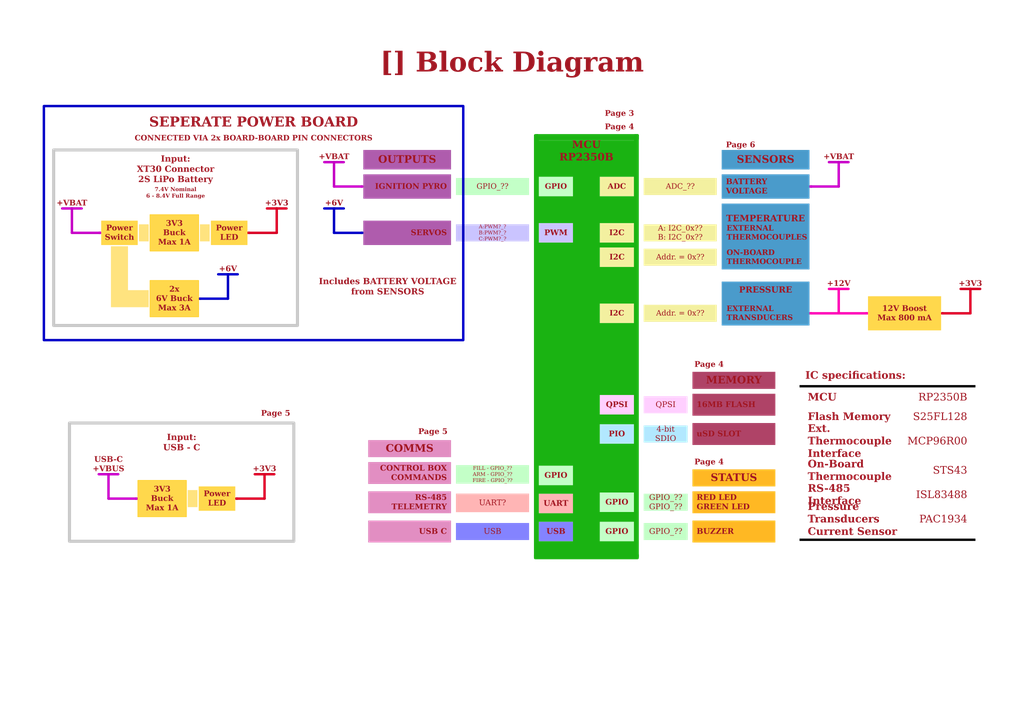
<source format=kicad_sch>
(kicad_sch
	(version 20250114)
	(generator "eeschema")
	(generator_version "9.0")
	(uuid "d4440dba-022e-49b2-97f2-6fc1871c7304")
	(paper "A3")
	(title_block
		(title "Block Diagram")
		(date "2026-01-02")
		(rev "${REVISION}")
		(company "${COMPANY}")
		(comment 1 "GRID - mil (1.27mm, 2.54mm)")
	)
	(lib_symbols)
	(rectangle
		(start 220 222.5)
		(end 235.5 227.604)
		(stroke
			(width 1)
			(type default)
			(color 26 179 18 1)
		)
		(fill
			(type color)
			(color 26 179 18 1)
		)
		(uuid 05c43237-d989-46c7-a838-1fe3e687d325)
	)
	(rectangle
		(start 328 221)
		(end 400 221.8)
		(stroke
			(width 0)
			(type default)
			(color 0 0 0 1)
		)
		(fill
			(type color)
			(color 0 0 0 1)
		)
		(uuid 1fdc3e3a-a10e-4833-b61f-367b51c08653)
	)
	(rectangle
		(start 245 170.5)
		(end 260.5 173.5)
		(stroke
			(width 1)
			(type default)
			(color 26 179 18 1)
		)
		(fill
			(type color)
			(color 26 179 18 1)
		)
		(uuid 35ebd6df-4a80-4af7-94c3-86df15159b07)
	)
	(rectangle
		(start 245.874 110)
		(end 260.5 124)
		(stroke
			(width 1)
			(type default)
			(color 26 179 18 1)
		)
		(fill
			(type color)
			(color 26 179 18 1)
		)
		(uuid 39c3df59-f9d6-4c44-9610-c14f06418e27)
	)
	(rectangle
		(start 245.5 133)
		(end 260.5 161.5)
		(stroke
			(width 1)
			(type default)
			(color 26 179 18 1)
		)
		(fill
			(type color)
			(color 26 179 18 1)
		)
		(uuid 3a6c1391-840d-4a80-9739-78b63fe94339)
	)
	(rectangle
		(start 221 81)
		(end 235.626 91)
		(stroke
			(width 1)
			(type default)
			(color 26 179 18 1)
		)
		(fill
			(type color)
			(color 26 179 18 1)
		)
		(uuid 3febdf1b-1526-450f-89f7-a875785e0247)
	)
	(rectangle
		(start 221.03 199.5)
		(end 235 202)
		(stroke
			(width 1)
			(type default)
			(color 26 179 18 1)
		)
		(fill
			(type color)
			(color 26 179 18 1)
		)
		(uuid 4bd62361-ce8f-4333-8a33-88a1c6d5d457)
	)
	(rectangle
		(start 220 55.5)
		(end 261.5 57)
		(stroke
			(width 1)
			(type default)
			(color 26 179 18 1)
		)
		(fill
			(type color)
			(color 26 179 18 1)
		)
		(uuid 55bb8f5d-1716-457c-ab18-7887e7f79c32)
	)
	(rectangle
		(start 220.874 100)
		(end 235.5 162.326)
		(stroke
			(width 1)
			(type default)
			(color 26 179 18 1)
		)
		(fill
			(type color)
			(color 26 179 18 1)
		)
		(uuid 70dcbf76-b1ff-45bc-a8a8-a8447e653bfd)
	)
	(rectangle
		(start 245.5 222.5)
		(end 260.5 227.35)
		(stroke
			(width 1)
			(type default)
			(color 26 179 18 1)
		)
		(fill
			(type color)
			(color 26 179 18 1)
		)
		(uuid 783c79e1-9923-474a-a876-66673ee7111d)
	)
	(rectangle
		(start 245.874 100)
		(end 260.5 101)
		(stroke
			(width 1)
			(type default)
			(color 26 179 18 1)
		)
		(fill
			(type color)
			(color 26 179 18 1)
		)
		(uuid 7b3048d9-9f27-43c5-89d8-687bf1563aee)
	)
	(rectangle
		(start 386 121.5)
		(end 356 135.5)
		(stroke
			(width -0.0001)
			(type solid)
			(color 255 200 0 0.5019607843)
		)
		(fill
			(type color)
			(color 255 200 0 0.7)
		)
		(uuid 7fc86eb3-a0f4-4bdf-b0d0-4050163494bf)
	)
	(rectangle
		(start 245.5 210.5)
		(end 260.5 213.5)
		(stroke
			(width 1)
			(type default)
			(color 26 179 18 1)
		)
		(fill
			(type color)
			(color 26 179 18 1)
		)
		(uuid 81d21993-b4a9-4917-b848-364cebd98df7)
	)
	(rectangle
		(start 260.5 55.5)
		(end 261.5 228.366)
		(stroke
			(width 1)
			(type default)
			(color 26 179 18 1)
		)
		(fill
			(type color)
			(color 26 179 18 1)
		)
		(uuid 82b7fc9f-5c53-4bad-ac33-36ff04086978)
	)
	(rectangle
		(start 61.5 115)
		(end 81.5 130)
		(stroke
			(width 0)
			(type default)
			(color 255 200 0 0.5019607843)
		)
		(fill
			(type color)
			(color 255 200 0 0.7)
		)
		(uuid a741351d-442a-4182-97da-e867b46dcc9b)
	)
	(rectangle
		(start 221 66.5)
		(end 261 72)
		(stroke
			(width 1)
			(type default)
			(color 26 179 18 1)
		)
		(fill
			(type color)
			(color 26 179 18 1)
		)
		(uuid a952ed71-59f7-4034-9137-c9beed0052e5)
	)
	(rectangle
		(start 22 61.5)
		(end 122 133.5)
		(stroke
			(width 1.27)
			(type default)
			(color 200 200 200 1)
		)
		(fill
			(type none)
		)
		(uuid b5318274-8945-46d8-99fc-2fb62def5b67)
	)
	(rectangle
		(start 235.5 72.5)
		(end 245.5 228.366)
		(stroke
			(width 1)
			(type default)
			(color 26 179 18 1)
		)
		(fill
			(type color)
			(color 26 179 18 1)
		)
		(uuid b5912d90-a2e6-47a8-b37f-79df93690db6)
	)
	(rectangle
		(start 219.5 227.604)
		(end 261.5 228.874)
		(stroke
			(width 1)
			(type default)
			(color 26 179 18 1)
		)
		(fill
			(type color)
			(color 26 179 18 1)
		)
		(uuid b84bf0ec-c33d-461c-b89d-cb43be637bc0)
	)
	(rectangle
		(start 56.5 197)
		(end 76.5 212)
		(stroke
			(width 0)
			(type default)
			(color 255 200 0 0.5019607843)
		)
		(fill
			(type color)
			(color 255 200 0 0.7)
		)
		(uuid bcbc5a66-4372-478d-a552-91740285846b)
	)
	(rectangle
		(start 221 162)
		(end 234.97 190.5)
		(stroke
			(width 1)
			(type default)
			(color 26 179 18 1)
		)
		(fill
			(type color)
			(color 26 179 18 1)
		)
		(uuid d188f923-b773-4a9d-81d4-01baeca22a59)
	)
	(rectangle
		(start 219.5 55.5)
		(end 220.5 228.366)
		(stroke
			(width 1)
			(type default)
			(color 26 179 18 1)
		)
		(fill
			(type color)
			(color 26 179 18 1)
		)
		(uuid d92c43be-acae-42f6-9179-96820bcc6ef2)
	)
	(rectangle
		(start 328 158)
		(end 400 158.8)
		(stroke
			(width 0)
			(type default)
			(color 0 0 0 1)
		)
		(fill
			(type color)
			(color 0 0 0 1)
		)
		(uuid dd13336f-a519-42ab-8323-c9e703dfe8c6)
	)
	(rectangle
		(start 220.5 211)
		(end 235.5 213.5)
		(stroke
			(width 1)
			(type default)
			(color 26 179 18 1)
		)
		(fill
			(type color)
			(color 26 179 18 1)
		)
		(uuid e2075571-fd76-408b-b40e-0feda326830e)
	)
	(rectangle
		(start 245.5 182.5)
		(end 260.5 201.5)
		(stroke
			(width 1)
			(type default)
			(color 26 179 18 1)
		)
		(fill
			(type color)
			(color 26 179 18 1)
		)
		(uuid f244c144-633a-432d-bf3a-179f6a24ba4e)
	)
	(rectangle
		(start 28.5 173.5)
		(end 120.5 222)
		(stroke
			(width 1.27)
			(type default)
			(color 200 200 200 1)
		)
		(fill
			(type none)
		)
		(uuid f2f4274d-0769-484b-9842-0a3d839f13e9)
	)
	(rectangle
		(start 245.874 81)
		(end 260.5 91)
		(stroke
			(width 1)
			(type default)
			(color 26 179 18 1)
		)
		(fill
			(type color)
			(color 26 179 18 1)
		)
		(uuid f4ff3a95-a29b-44f5-99fe-90e2d6c5e225)
	)
	(rectangle
		(start 61.5 88)
		(end 81.5 103)
		(stroke
			(width 0)
			(type default)
			(color 255 200 0 0.5019607843)
		)
		(fill
			(type color)
			(color 255 200 0 0.7)
		)
		(uuid fea6b9e0-c411-4a65-a0f6-528a99837493)
	)
	(rectangle
		(start 18 43.5)
		(end 190 139.5)
		(stroke
			(width 1)
			(type default)
		)
		(fill
			(type none)
		)
		(uuid fff96ca6-fe55-40a6-a99b-ca31b40451b6)
	)
	(text "+3V3"
		(exclude_from_sim no)
		(at 398 118.5 0)
		(effects
			(font
				(face "Times New Roman")
				(size 2.286 2.286)
				(thickness 0.4572)
				(bold yes)
				(color 162 22 34 1)
			)
			(justify bottom)
		)
		(uuid "1943f7d7-986b-49e3-a41c-4307a0c8a75c")
	)
	(text "+6V"
		(exclude_from_sim no)
		(at 137 85.5 0)
		(effects
			(font
				(face "Times New Roman")
				(size 2.286 2.286)
				(thickness 0.4572)
				(bold yes)
				(color 162 22 34 1)
			)
			(justify bottom)
		)
		(uuid "1e977695-075f-4ca8-98d2-7335bacc560a")
	)
	(text "+3V3"
		(exclude_from_sim no)
		(at 113.5 85.5 0)
		(effects
			(font
				(face "Times New Roman")
				(size 2.286 2.286)
				(thickness 0.4572)
				(bold yes)
				(color 162 22 34 1)
			)
			(justify bottom)
		)
		(uuid "1ecc5bbe-be97-4577-800e-8524857ba28b")
	)
	(text "+VBAT"
		(exclude_from_sim no)
		(at 29.5 85.5 0)
		(effects
			(font
				(face "Times New Roman")
				(size 2.286 2.286)
				(thickness 0.4572)
				(bold yes)
				(color 162 22 34 1)
			)
			(justify bottom)
		)
		(uuid "422f39d0-88ed-45bf-8429-ef453efaf729")
	)
	(text "+VBAT"
		(exclude_from_sim no)
		(at 137 66.5 0)
		(effects
			(font
				(face "Times New Roman")
				(size 2.286 2.286)
				(thickness 0.4572)
				(bold yes)
				(color 162 22 34 1)
			)
			(justify bottom)
		)
		(uuid "5a26e102-ce17-4d9d-8563-d6c89b5719eb")
	)
	(text "+12V"
		(exclude_from_sim no)
		(at 344 118.5 0)
		(effects
			(font
				(face "Times New Roman")
				(size 2.286 2.286)
				(thickness 0.4572)
				(bold yes)
				(color 162 22 34 1)
			)
			(justify bottom)
		)
		(uuid "5f0a5fbb-4d02-41e5-97cd-5df976eda407")
	)
	(text "+VBAT"
		(exclude_from_sim no)
		(at 344 66.5 0)
		(effects
			(font
				(face "Times New Roman")
				(size 2.286 2.286)
				(thickness 0.4572)
				(bold yes)
				(color 162 22 34 1)
			)
			(justify bottom)
		)
		(uuid "61bcd564-dc47-4abd-8776-b89cef66ed38")
	)
	(text "+6V"
		(exclude_from_sim no)
		(at 93.5 112.5 0)
		(effects
			(font
				(face "Times New Roman")
				(size 2.286 2.286)
				(thickness 0.4572)
				(bold yes)
				(color 162 22 34 1)
			)
			(justify bottom)
		)
		(uuid "7365e054-da4f-4185-ba2a-132de3ec5570")
	)
	(text "SEPERATE POWER BOARD"
		(exclude_from_sim no)
		(at 104 51.5 0)
		(effects
			(font
				(face "Times New Roman")
				(size 4 4)
				(thickness 0.4572)
				(bold yes)
				(color 162 22 34 1)
			)
		)
		(uuid "88a93c85-d54b-4363-be59-f0b557d4aeb6")
	)
	(text "CONNECTED VIA 2x BOARD-BOARD PIN CONNECTORS"
		(exclude_from_sim no)
		(at 104 57.5 0)
		(effects
			(font
				(face "Times New Roman")
				(size 2.2 2.2)
				(thickness 0.4572)
				(bold yes)
				(color 162 22 34 1)
			)
		)
		(uuid "9950909d-cec3-4fd2-901b-deb91d7e7131")
	)
	(text "+3V3"
		(exclude_from_sim no)
		(at 108.5 194.5 0)
		(effects
			(font
				(face "Times New Roman")
				(size 2.286 2.286)
				(thickness 0.4572)
				(bold yes)
				(color 162 22 34 1)
			)
			(justify bottom)
		)
		(uuid "9cf89d02-c138-40dc-88c4-d20885c048c3")
	)
	(text "USB-C\n+VBUS"
		(exclude_from_sim no)
		(at 44.5 194.5 0)
		(effects
			(font
				(face "Times New Roman")
				(size 2.286 2.286)
				(thickness 0.4572)
				(bold yes)
				(color 162 22 34 1)
			)
			(justify bottom)
		)
		(uuid "cee61150-7a03-4e28-b5ee-b2a9ef938a35")
	)
	(text "Input:\nXT30 Connector\n2S LiPo Battery"
		(exclude_from_sim no)
		(at 72 76 0)
		(effects
			(font
				(face "Times New Roman")
				(size 2.5 2.5)
				(thickness 0.4572)
				(bold yes)
				(color 162 22 34 1)
			)
			(justify bottom)
		)
		(uuid "e3f55fda-61da-4e4e-8a29-76e61847b025")
	)
	(text "Input:\nUSB - C"
		(exclude_from_sim no)
		(at 74.5 186 0)
		(effects
			(font
				(face "Times New Roman")
				(size 2.5 2.5)
				(thickness 0.4572)
				(bold yes)
				(color 162 22 34 1)
			)
			(justify bottom)
		)
		(uuid "e95983b3-c126-4c40-a472-d18ae09abd29")
	)
	(text "7.4V Nominal\n6 - 8.4V Full Range"
		(exclude_from_sim no)
		(at 72 82 0)
		(effects
			(font
				(face "Times New Roman")
				(size 1.6 1.6)
				(thickness 0.4572)
				(bold yes)
				(color 162 22 34 1)
			)
			(justify bottom)
		)
		(uuid "eae5b2b6-531d-4587-90d2-565cb63a8ba8")
	)
	(text "Includes BATTERY VOLTAGE\nfrom SENSORS"
		(exclude_from_sim no)
		(at 159 118.5 0)
		(effects
			(font
				(face "Times New Roman")
				(size 2.5 2.5)
				(thickness 0.4572)
				(bold yes)
				(color 162 22 34 1)
			)
		)
		(uuid "ff9c4a24-4e43-4d0e-b290-0ad1fd2649b7")
	)
	(text_box "GPIO_??"
		(exclude_from_sim no)
		(at 264 214.5 0)
		(size 18.088 7)
		(margins 1.7144 1.7144 1.7144 1.7144)
		(stroke
			(width -0.0001)
			(type solid)
			(color 195 255 199 1)
		)
		(fill
			(type color)
			(color 195 255 199 1)
		)
		(effects
			(font
				(face "Times New Roman")
				(size 2.286 2.286)
				(italic yes)
				(color 162 22 34 1)
			)
		)
		(uuid "008a9e70-c278-466e-8c32-2a18941d373b")
	)
	(text_box "STS43"
		(exclude_from_sim no)
		(at 375 187 0)
		(size 24 12)
		(margins 2.2859 2.2859 2.2859 2.2859)
		(stroke
			(width -0.0001)
			(type solid)
		)
		(fill
			(type none)
		)
		(effects
			(font
				(face "Times New Roman")
				(size 3.048 3.048)
				(color 162 22 34 1)
			)
			(justify right)
		)
		(uuid "074b82d8-06e3-4e80-af09-6b16aec67967")
	)
	(text_box "I2C"
		(exclude_from_sim no)
		(at 246 91.5 0)
		(size 14 8)
		(margins 1.7144 1.7144 1.7144 1.7144)
		(stroke
			(width -0.0001)
			(type solid)
		)
		(fill
			(type color)
			(color 243 240 160 1)
		)
		(effects
			(font
				(face "Times New Roman")
				(size 2.286 2.286)
				(bold yes)
				(color 162 22 34 1)
			)
		)
		(uuid "0aa0c4e1-070f-42df-94e3-eb4334e328f3")
	)
	(text_box "Page 6"
		(exclude_from_sim no)
		(at 296.03 56.416 0)
		(size 17.78 5.08)
		(margins 1.7144 1.7144 1.7144 1.7144)
		(stroke
			(width -0.0001)
			(type default)
		)
		(fill
			(type none)
		)
		(effects
			(font
				(face "Times New Roman")
				(size 2.286 2.286)
				(thickness 0.4572)
				(bold yes)
				(color 162 22 34 1)
			)
			(justify left top)
			(href "#8")
		)
		(uuid "101973ea-acd1-49ab-afe5-0fdba8785023")
	)
	(text_box "UART?"
		(exclude_from_sim no)
		(at 187 202.442 0)
		(size 30 7.62)
		(margins 1.7144 1.7144 1.7144 1.7144)
		(stroke
			(width -0.0001)
			(type solid)
			(color 195 255 199 1)
		)
		(fill
			(type color)
			(color 255 181 181 1)
		)
		(effects
			(font
				(face "Times New Roman")
				(size 2.286 2.286)
				(italic yes)
				(color 162 22 34 1)
			)
		)
		(uuid "1026f3db-3374-44cb-a4e6-8074c28bc294")
	)
	(text_box "3V3 Buck\nMax 1A"
		(exclude_from_sim no)
		(at 57 197.5 0)
		(size 19 14)
		(margins 1.7144 1.7144 1.7144 1.7144)
		(stroke
			(width -0.0001)
			(type solid)
		)
		(fill
			(type none)
		)
		(effects
			(font
				(face "Times New Roman")
				(size 2.286 2.286)
				(thickness 0.254)
				(bold yes)
				(color 162 22 34 1)
			)
		)
		(uuid "12cb6a7d-5baa-4aaa-88d3-529db140fa3e")
	)
	(text_box "A: I2C_0x??\nB: I2C_0x??"
		(exclude_from_sim no)
		(at 264 92 0)
		(size 30 7)
		(margins 1.8 1.8 1.8 1.8)
		(stroke
			(width -0.0001)
			(type solid)
		)
		(fill
			(type color)
			(color 243 240 160 1)
		)
		(effects
			(font
				(face "Times New Roman")
				(size 2.2 2.2)
				(italic yes)
				(color 162 22 34 1)
			)
		)
		(uuid "1987247e-db63-4ffa-a72e-634d9843c64c")
	)
	(text_box "MCU\nRP2350B"
		(exclude_from_sim no)
		(at 220 57.5 0)
		(size 41 9)
		(margins 3 3 3 3)
		(stroke
			(width -0.0001)
			(type solid)
		)
		(fill
			(type color)
			(color 26 179 18 1)
		)
		(effects
			(font
				(face "Times New Roman")
				(size 3.048 3.048)
				(bold yes)
				(color 162 22 34 1)
			)
		)
		(uuid "1d0d83c3-74d6-4a1f-8c3f-65fbe3fb5ec9")
	)
	(text_box "ISL83488"
		(exclude_from_sim no)
		(at 375 199 0)
		(size 24 8)
		(margins 2.2859 2.2859 2.2859 2.2859)
		(stroke
			(width -0.0001)
			(type solid)
		)
		(fill
			(type none)
		)
		(effects
			(font
				(face "Times New Roman")
				(size 3.048 3.048)
				(color 162 22 34 1)
			)
			(justify right)
		)
		(uuid "24abd5d7-b5e8-4f0e-81cd-357132607341")
	)
	(text_box "Power\nLED"
		(exclude_from_sim no)
		(at 86.5 90.5 0)
		(size 15 10)
		(margins 1.7144 1.7144 1.7144 1.7144)
		(stroke
			(width -0.0001)
			(type solid)
		)
		(fill
			(type color)
			(color 255 200 0 0.7)
		)
		(effects
			(font
				(face "Times New Roman")
				(size 2.286 2.286)
				(bold yes)
				(color 162 22 34 1)
			)
			(justify top)
		)
		(uuid "24b9223b-ea8e-41e7-930d-909847869bc0")
	)
	(text_box "I2C"
		(exclude_from_sim no)
		(at 246 101.5 0)
		(size 14.126 8)
		(margins 1.7144 1.7144 1.7144 1.7144)
		(stroke
			(width -0.0001)
			(type solid)
		)
		(fill
			(type color)
			(color 243 240 160 1)
		)
		(effects
			(font
				(face "Times New Roman")
				(size 2.286 2.286)
				(bold yes)
				(color 162 22 34 1)
			)
		)
		(uuid "2576afd7-0caa-4c76-bd9f-222a1d2c4dc0")
	)
	(text_box ""
		(exclude_from_sim no)
		(at 387 128 0)
		(size -1 1)
		(margins 0.9525 0.9525 0.9525 0.9525)
		(stroke
			(width -0.0001)
			(type solid)
		)
		(fill
			(type color)
			(color 212 0 32 1)
		)
		(effects
			(font
				(size 1.27 1.27)
			)
			(justify right top)
		)
		(uuid "25c5dcc0-3859-4e6e-a251-79686bd4fb58")
	)
	(text_box "Ext. Thermocouple Interface"
		(exclude_from_sim no)
		(at 329 175 0)
		(size 42 12)
		(margins 2.2859 2.2859 2.2859 2.2859)
		(stroke
			(width -0.0001)
			(type solid)
		)
		(fill
			(type none)
		)
		(effects
			(font
				(face "Times New Roman")
				(size 3.048 3.048)
				(thickness 0.4572)
				(bold yes)
				(color 162 22 34 1)
			)
			(justify left)
		)
		(uuid "270e3771-30ea-4b0f-9d21-1ac6d8c78462")
	)
	(text_box "Page 5"
		(exclude_from_sim no)
		(at 103 166.5 0)
		(size 17.78 5.08)
		(margins 1.7144 1.7144 1.7144 1.7144)
		(stroke
			(width -0.0001)
			(type default)
		)
		(fill
			(type none)
		)
		(effects
			(font
				(face "Times New Roman")
				(size 2.286 2.286)
				(thickness 0.4572)
				(bold yes)
				(color 162 22 34 1)
			)
			(justify right top)
			(href "#8")
		)
		(uuid "278357ee-bdab-40dd-8852-a68da17bc7af")
	)
	(text_box ""
		(exclude_from_sim no)
		(at 296 115.5 0)
		(size 36 18)
		(margins 2 2 2 2)
		(stroke
			(width -0.0001)
			(type solid)
		)
		(fill
			(type color)
			(color 74 155 203 1)
		)
		(effects
			(font
				(face "Times New Roman")
				(size 2.2 2.2)
				(bold yes)
				(color 162 22 34 1)
			)
			(justify left top)
		)
		(uuid "28870172-8ccc-4ec9-bb1a-914da011cb7a")
	)
	(text_box "ADC"
		(exclude_from_sim no)
		(at 246 72.5 0)
		(size 14 8)
		(margins 2 2 2 2)
		(stroke
			(width -0.0001)
			(type solid)
		)
		(fill
			(type color)
			(color 243 240 160 1)
		)
		(effects
			(font
				(face "Times New Roman")
				(size 2.2 2.2)
				(bold yes)
				(color 162 22 34 1)
			)
		)
		(uuid "29f18459-3b0c-4e53-a96d-cae677d37f45")
	)
	(text_box "Page 4"
		(exclude_from_sim no)
		(at 244 49 0)
		(size 17.78 5.08)
		(margins 1.7144 1.7144 1.7144 1.7144)
		(stroke
			(width -0.0001)
			(type default)
		)
		(fill
			(type none)
		)
		(effects
			(font
				(face "Times New Roman")
				(size 2.286 2.286)
				(thickness 0.4572)
				(bold yes)
				(color 162 22 34 1)
			)
			(justify right top)
			(href "#8")
		)
		(uuid "2a1717e0-2fdf-4671-8d5c-d0f16926af60")
	)
	(text_box "RP2350B"
		(exclude_from_sim no)
		(at 375 159 0)
		(size 24 8)
		(margins 2.2859 2.2859 2.2859 2.2859)
		(stroke
			(width -0.0001)
			(type solid)
		)
		(fill
			(type none)
		)
		(effects
			(font
				(face "Times New Roman")
				(size 3.048 3.048)
				(color 162 22 34 1)
			)
			(justify right)
		)
		(uuid "2b7eb921-588b-40a7-8b4f-5a6a0871d21d")
	)
	(text_box "Page 4"
		(exclude_from_sim no)
		(at 283.104 146.451 0)
		(size 17.78 5.08)
		(margins 1.7144 1.7144 1.7144 1.7144)
		(stroke
			(width -0.0001)
			(type default)
		)
		(fill
			(type none)
		)
		(effects
			(font
				(face "Times New Roman")
				(size 2.286 2.286)
				(thickness 0.4572)
				(bold yes)
				(color 162 22 34 1)
			)
			(justify left top)
			(href "#8")
		)
		(uuid "2c748904-640a-4790-9cd3-81e6145a1f3e")
	)
	(text_box "QPSI"
		(exclude_from_sim no)
		(at 264 162.5 0)
		(size 18 7)
		(margins 1.7144 1.7144 1.7144 1.7144)
		(stroke
			(width -0.0001)
			(type solid)
		)
		(fill
			(type color)
			(color 255 207 255 1)
		)
		(effects
			(font
				(face "Times New Roman")
				(size 2.286 2.286)
				(italic yes)
				(color 162 22 34 1)
			)
		)
		(uuid "2eccac48-a697-4b98-a3f1-dcbeefca3094")
	)
	(text_box ""
		(exclude_from_sim no)
		(at 333 76 0)
		(size -1 1)
		(margins 0.9525 0.9525 0.9525 0.9525)
		(stroke
			(width -0.0001)
			(type solid)
		)
		(fill
			(type color)
			(color 194 0 194 1)
		)
		(effects
			(font
				(size 1.27 1.27)
			)
			(justify right top)
		)
		(uuid "2f4ea794-3980-426c-a3e6-f1b1cd61beb2")
	)
	(text_box "FILL - GPIO_??\nARM - GPIO_??\nFIRE - GPIO_??\n"
		(exclude_from_sim no)
		(at 187 190.758 0)
		(size 30 7.62)
		(margins 1.7144 1.7144 1.7144 1.7144)
		(stroke
			(width -0.0001)
			(type solid)
			(color 195 255 199 1)
		)
		(fill
			(type color)
			(color 195 255 199 1)
		)
		(effects
			(font
				(face "Times New Roman")
				(size 1.5 1.5)
				(italic yes)
				(color 162 22 34 1)
			)
		)
		(uuid "317ab264-3965-4ff6-93e9-07c27f6a7d8f")
	)
	(text_box "GPIO_??\nGPIO_??"
		(exclude_from_sim no)
		(at 264 202.5 0)
		(size 18.088 7)
		(margins 1.7144 1.7144 1.7144 1.7144)
		(stroke
			(width -0.0001)
			(type solid)
			(color 195 255 199 1)
		)
		(fill
			(type color)
			(color 195 255 199 1)
		)
		(effects
			(font
				(face "Times New Roman")
				(size 2.286 2.286)
				(italic yes)
				(color 162 22 34 1)
			)
		)
		(uuid "31acca30-6500-4dc7-a988-691ba90c5124")
	)
	(text_box "Power\nLED"
		(exclude_from_sim no)
		(at 81.5 199.5 0)
		(size 15 10)
		(margins 1.7144 1.7144 1.7144 1.7144)
		(stroke
			(width -0.0001)
			(type solid)
		)
		(fill
			(type color)
			(color 255 200 0 0.7)
		)
		(effects
			(font
				(face "Times New Roman")
				(size 2.286 2.286)
				(bold yes)
				(color 162 22 34 1)
			)
			(justify top)
		)
		(uuid "31c3ce42-0b2a-419a-b388-bdf54a564550")
	)
	(text_box "ADC_??"
		(exclude_from_sim no)
		(at 264 73 0)
		(size 30 7)
		(margins 1.8 1.8 1.8 1.8)
		(stroke
			(width -0.0001)
			(type solid)
		)
		(fill
			(type color)
			(color 243 240 160 1)
		)
		(effects
			(font
				(face "Times New Roman")
				(size 2.2 2.2)
				(italic yes)
				(color 162 22 34 1)
			)
		)
		(uuid "34f97dad-9bc3-424e-b006-bedf003458aa")
	)
	(text_box "RED LED\nGREEN LED"
		(exclude_from_sim no)
		(at 284 201.5 0)
		(size 34 9)
		(margins 1.7144 1.7144 1.7144 1.7144)
		(stroke
			(width -0.0001)
			(type solid)
		)
		(fill
			(type color)
			(color 255 184 35 1)
		)
		(effects
			(font
				(face "Times New Roman")
				(size 2.286 2.286)
				(bold yes)
				(color 162 22 34 1)
			)
			(justify left)
		)
		(uuid "3c43ded9-8543-4bb1-8df0-3f6dd3454b7d")
	)
	(text_box ""
		(exclude_from_sim no)
		(at 82 92 0)
		(size 4 7)
		(margins 1.7144 1.7144 1.7144 1.7144)
		(stroke
			(width -0.0001)
			(type default)
		)
		(fill
			(type color)
			(color 255 200 0 0.5019607843)
		)
		(effects
			(font
				(face "Times New Roman")
				(size 2.286 2.286)
				(bold yes)
				(color 162 22 34 1)
			)
		)
		(uuid "3ddb83b7-ac58-4004-94de-9bdcb2d34b34")
	)
	(text_box "GPIO"
		(exclude_from_sim no)
		(at 246 214 0)
		(size 14 8)
		(margins 1.7144 1.7144 1.7144 1.7144)
		(stroke
			(width -0.0001)
			(type solid)
			(color 195 255 199 1)
		)
		(fill
			(type color)
			(color 195 255 199 1)
		)
		(effects
			(font
				(face "Times New Roman")
				(size 2.286 2.286)
				(bold yes)
				(color 162 22 34 1)
			)
		)
		(uuid "42c777c9-0a64-4409-ab02-637deaf007dc")
	)
	(text_box "A:PWM?_?\nB:PWM?_?\nC:PWM?_?"
		(exclude_from_sim no)
		(at 187 92 0)
		(size 30 7)
		(margins 1.8 1.8 1.8 1.8)
		(stroke
			(width -0.0001)
			(type solid)
		)
		(fill
			(type color)
			(color 202 196 255 1)
		)
		(effects
			(font
				(face "Times New Roman")
				(size 1.5 1.5)
				(italic yes)
				(color 162 22 34 1)
			)
		)
		(uuid "431fd573-2d29-4a3e-9005-4318d51fd011")
	)
	(text_box ""
		(exclude_from_sim no)
		(at 332 128 0)
		(size 1 1)
		(margins 0.9525 0.9525 0.9525 0.9525)
		(stroke
			(width -0.0001)
			(type solid)
		)
		(fill
			(type color)
			(color 255 0 171 1)
		)
		(effects
			(font
				(size 1.27 1.27)
			)
			(justify right top)
		)
		(uuid "451eb23b-48d8-4652-b3de-1e3d3fb9f128")
	)
	(text_box "Pressure Transducers Current Sensor"
		(exclude_from_sim no)
		(at 329 207 0)
		(size 45 12)
		(margins 2.2859 2.2859 2.2859 2.2859)
		(stroke
			(width -0.0001)
			(type solid)
		)
		(fill
			(type none)
		)
		(effects
			(font
				(face "Times New Roman")
				(size 3.048 3.048)
				(thickness 0.4572)
				(bold yes)
				(color 162 22 34 1)
			)
			(justify left)
		)
		(uuid "47a83b49-231a-4180-a662-b251b8a617a2")
	)
	(text_box "SERVOS"
		(exclude_from_sim no)
		(at 149 90.5 0)
		(size 36 10)
		(margins 1.7144 1.7144 1.7144 1.7144)
		(stroke
			(width -0.0001)
			(type solid)
		)
		(fill
			(type color)
			(color 175 92 173 1)
		)
		(effects
			(font
				(face "Times New Roman")
				(size 2.286 2.286)
				(bold yes)
				(color 162 22 34 1)
			)
			(justify right)
		)
		(uuid "47d743b2-9e5f-4828-a083-f3d7285e2f4d")
	)
	(text_box "RS-485 Interface"
		(exclude_from_sim no)
		(at 329 199 0)
		(size 42 8)
		(margins 2.2859 2.2859 2.2859 2.2859)
		(stroke
			(width -0.0001)
			(type solid)
		)
		(fill
			(type none)
		)
		(effects
			(font
				(face "Times New Roman")
				(size 3.048 3.048)
				(thickness 0.4572)
				(bold yes)
				(color 162 22 34 1)
			)
			(justify left)
		)
		(uuid "4f6a449d-55db-4297-8474-14e80369dddb")
	)
	(text_box "MEMORY"
		(exclude_from_sim no)
		(at 284 152.5 0)
		(size 34 7)
		(margins 2.2859 2.2859 2.2859 2.2859)
		(stroke
			(width -0.0001)
			(type solid)
		)
		(fill
			(type color)
			(color 175 67 103 1)
		)
		(effects
			(font
				(face "Times New Roman")
				(size 3.048 3.048)
				(bold yes)
				(color 162 22 34 1)
			)
		)
		(uuid "50f90389-4852-4d94-a1e5-f12357304e05")
	)
	(text_box "MCP96R00"
		(exclude_from_sim no)
		(at 375 175 0)
		(size 24 12)
		(margins 2.2859 2.2859 2.2859 2.2859)
		(stroke
			(width -0.0001)
			(type solid)
		)
		(fill
			(type none)
		)
		(effects
			(font
				(face "Times New Roman")
				(size 3.048 3.048)
				(color 162 22 34 1)
			)
			(justify right)
		)
		(uuid "54c5df24-6835-47db-886d-01b8b80ec96d")
	)
	(text_box "Power\nSwitch"
		(exclude_from_sim no)
		(at 41.5 90.5 0)
		(size 15 10)
		(margins 1.7144 1.7144 1.7144 1.7144)
		(stroke
			(width -0.0001)
			(type solid)
		)
		(fill
			(type color)
			(color 255 200 0 0.7)
		)
		(effects
			(font
				(face "Times New Roman")
				(size 2.286 2.286)
				(bold yes)
				(color 162 22 34 1)
			)
			(justify top)
		)
		(uuid "5a1454c8-3e2d-41df-a6f8-e9fd6dcf22dd")
	)
	(text_box "BATTERY VOLTAGE"
		(exclude_from_sim no)
		(at 332 71.5 0)
		(size -36 10)
		(margins 1.7144 1.7144 1.7144 1.7144)
		(stroke
			(width -0.0001)
			(type solid)
		)
		(fill
			(type color)
			(color 74 155 203 1)
		)
		(effects
			(font
				(face "Times New Roman")
				(size 2.286 2.286)
				(bold yes)
				(color 162 22 34 1)
			)
			(justify left)
		)
		(uuid "5a2e6555-9060-4d4a-9a34-a05560ac30d8")
	)
	(text_box "PWM"
		(exclude_from_sim no)
		(at 221 91.5 0)
		(size 14 8)
		(margins 1.7144 1.7144 1.7144 1.7144)
		(stroke
			(width -0.0001)
			(type solid)
		)
		(fill
			(type color)
			(color 202 196 255 1)
		)
		(effects
			(font
				(face "Times New Roman")
				(size 2.286 2.286)
				(bold yes)
				(color 162 22 34 1)
			)
		)
		(uuid "5b93e4dc-da42-42d3-abb1-0cdea0e46ae3")
	)
	(text_box " TEMPERATURE"
		(exclude_from_sim no)
		(at 296 83.5 0)
		(size 36 8)
		(margins 2 2 2 2)
		(stroke
			(width -0.0001)
			(type solid)
		)
		(fill
			(type none)
		)
		(effects
			(font
				(face "Times New Roman")
				(size 2.6 2.6)
				(bold yes)
				(color 162 22 34 1)
			)
		)
		(uuid "5d42656b-5b31-4140-a6dd-1a9722ffd9bf")
	)
	(text_box "RS-485\nTELEMETRY"
		(exclude_from_sim no)
		(at 151 201.5 0)
		(size 34 9)
		(margins 1.7144 1.7144 1.7144 1.7144)
		(stroke
			(width -0.0001)
			(type solid)
		)
		(fill
			(type color)
			(color 226 142 194 1)
		)
		(effects
			(font
				(face "Times New Roman")
				(size 2.286 2.286)
				(bold yes)
				(color 162 22 34 1)
			)
			(justify right)
		)
		(uuid "5f002641-bd02-4bcb-8dbb-a882fbc2335a")
	)
	(text_box ""
		(exclude_from_sim no)
		(at 101.5 95 0)
		(size 1 1)
		(margins 0.9525 0.9525 0.9525 0.9525)
		(stroke
			(width -0.0001)
			(type solid)
		)
		(fill
			(type color)
			(color 212 0 32 1)
		)
		(effects
			(font
				(size 1.27 1.27)
			)
			(justify right top)
		)
		(uuid "62ad9f8e-2fea-4444-8b8c-3748cf365615")
	)
	(text_box "PAC1934"
		(exclude_from_sim no)
		(at 375 207 0)
		(size 24 12)
		(margins 2.2859 2.2859 2.2859 2.2859)
		(stroke
			(width -0.0001)
			(type solid)
		)
		(fill
			(type none)
		)
		(effects
			(font
				(face "Times New Roman")
				(size 3.048 3.048)
				(color 162 22 34 1)
			)
			(justify right)
		)
		(uuid "69bd0811-ab00-4401-ba54-e244b7db9f66")
	)
	(text_box "IGNITION PYRO"
		(exclude_from_sim no)
		(at 149 71.5 0)
		(size 36 10)
		(margins 1.7144 1.7144 1.7144 1.7144)
		(stroke
			(width -0.0001)
			(type solid)
		)
		(fill
			(type color)
			(color 175 92 173 1)
		)
		(effects
			(font
				(face "Times New Roman")
				(size 2.286 2.286)
				(bold yes)
				(color 162 22 34 1)
			)
			(justify right)
		)
		(uuid "6abfab5e-8a59-4a17-a0bc-3e6cfb0e6a60")
	)
	(text_box "GPIO_??"
		(exclude_from_sim no)
		(at 187 73 0)
		(size 30 7)
		(margins 1.8 1.8 1.8 1.8)
		(stroke
			(width -0.0001)
			(type solid)
		)
		(fill
			(type color)
			(color 195 255 199 1)
		)
		(effects
			(font
				(face "Times New Roman")
				(size 2.2 2.2)
				(italic yes)
				(color 162 22 34 1)
			)
		)
		(uuid "6c479552-5d46-4d13-89b7-0c6ffa8d1955")
	)
	(text_box "Page 3"
		(exclude_from_sim no)
		(at 244 43.5 0)
		(size 17.78 5.08)
		(margins 1.7144 1.7144 1.7144 1.7144)
		(stroke
			(width -0.0001)
			(type default)
		)
		(fill
			(type none)
		)
		(effects
			(font
				(face "Times New Roman")
				(size 2.286 2.286)
				(thickness 0.4572)
				(bold yes)
				(color 162 22 34 1)
			)
			(justify right top)
			(href "#8")
		)
		(uuid "6d43c551-154a-4b1a-89c1-8f41a71158c0")
	)
	(text_box "GPIO"
		(exclude_from_sim no)
		(at 221 72.5 0)
		(size 14 8)
		(margins 2 2 2 2)
		(stroke
			(width -0.0001)
			(type solid)
		)
		(fill
			(type color)
			(color 195 255 199 1)
		)
		(effects
			(font
				(face "Times New Roman")
				(size 2.2 2.2)
				(bold yes)
				(color 162 22 34 1)
			)
		)
		(uuid "6eab53d2-87e1-440b-af32-ba15028670bf")
	)
	(text_box "EXTERNAL TRANSDUCERS"
		(exclude_from_sim no)
		(at 296 123.5 0)
		(size 36 10)
		(margins 2 2 2 2)
		(stroke
			(width -0.0001)
			(type solid)
		)
		(fill
			(type none)
		)
		(effects
			(font
				(face "Times New Roman")
				(size 2.2 2.2)
				(bold yes)
				(color 162 22 34 1)
			)
			(justify left)
		)
		(uuid "6f4e9589-968f-4a93-b240-40277dc1d4aa")
	)
	(text_box "16MB FLASH"
		(exclude_from_sim no)
		(at 284 161.5 0)
		(size 34 9)
		(margins 1.7144 1.7144 1.7144 1.7144)
		(stroke
			(width -0.0001)
			(type solid)
		)
		(fill
			(type color)
			(color 175 67 103 1)
		)
		(effects
			(font
				(face "Times New Roman")
				(size 2.286 2.286)
				(bold yes)
				(color 162 22 34 1)
			)
			(justify left)
		)
		(uuid "6f80972b-0868-4998-bb39-1d5e548cee7c")
	)
	(text_box ""
		(exclude_from_sim no)
		(at 40.5 95 0)
		(size 1 1)
		(margins 0.9525 0.9525 0.9525 0.9525)
		(stroke
			(width -0.0001)
			(type solid)
		)
		(fill
			(type color)
			(color 194 0 194 1)
		)
		(effects
			(font
				(size 1.27 1.27)
			)
			(justify right top)
		)
		(uuid "731c1092-cf2c-4cf9-bf95-9378fa745f58")
	)
	(text_box "On-Board Thermocouple"
		(exclude_from_sim no)
		(at 329 187 0)
		(size 42 12)
		(margins 2.2859 2.2859 2.2859 2.2859)
		(stroke
			(width -0.0001)
			(type solid)
		)
		(fill
			(type none)
		)
		(effects
			(font
				(face "Times New Roman")
				(size 3.048 3.048)
				(thickness 0.4572)
				(bold yes)
				(color 162 22 34 1)
			)
			(justify left)
		)
		(uuid "735160e4-4b66-4dcd-b5a2-705851c79278")
	)
	(text_box "[${#}] ${TITLE}"
		(exclude_from_sim no)
		(at 12 12 0)
		(size 396 28)
		(margins 5.9999 5.9999 5.9999 5.9999)
		(stroke
			(width -0.0001)
			(type default)
		)
		(fill
			(type none)
		)
		(effects
			(font
				(face "Times New Roman")
				(size 8 8)
				(thickness 1.2)
				(bold yes)
				(color 162 22 34 1)
			)
		)
		(uuid "73b2b29c-2473-4e80-be0b-4f57c6856c3e")
	)
	(text_box "USB C"
		(exclude_from_sim no)
		(at 151 213.5 0)
		(size 34 9)
		(margins 1.7144 1.7144 1.7144 1.7144)
		(stroke
			(width -0.0001)
			(type solid)
		)
		(fill
			(type color)
			(color 226 142 194 1)
		)
		(effects
			(font
				(face "Times New Roman")
				(size 2.286 2.286)
				(bold yes)
				(color 162 22 34 1)
			)
			(justify right)
		)
		(uuid "752fcb6e-7605-44ca-a7a2-3bfaad081942")
	)
	(text_box "I2C"
		(exclude_from_sim no)
		(at 246 124.5 0)
		(size 14 8)
		(margins 1.8 1.8 1.8 1.8)
		(stroke
			(width -0.0001)
			(type solid)
		)
		(fill
			(type color)
			(color 243 240 160 1)
		)
		(effects
			(font
				(face "Times New Roman")
				(size 2.2 2.2)
				(bold yes)
				(color 162 22 34 1)
			)
		)
		(uuid "7e5f6394-de33-4999-9272-560f804eaa11")
	)
	(text_box "BUZZER"
		(exclude_from_sim no)
		(at 284 213.5 0)
		(size 34 9)
		(margins 1.7144 1.7144 1.7144 1.7144)
		(stroke
			(width -0.0001)
			(type solid)
		)
		(fill
			(type color)
			(color 255 184 35 1)
		)
		(effects
			(font
				(face "Times New Roman")
				(size 2.286 2.286)
				(bold yes)
				(color 162 22 34 1)
			)
			(justify left)
		)
		(uuid "8548fd3a-d536-47c6-90d2-6762c090fd2b")
	)
	(text_box ""
		(exclude_from_sim no)
		(at 96.5 204 0)
		(size 1 1)
		(margins 0.9525 0.9525 0.9525 0.9525)
		(stroke
			(width -0.0001)
			(type solid)
		)
		(fill
			(type color)
			(color 212 0 32 1)
		)
		(effects
			(font
				(size 1.27 1.27)
			)
			(justify right top)
		)
		(uuid "8a1b5559-b37e-4228-9923-8db2adcc3776")
	)
	(text_box "GPIO"
		(exclude_from_sim no)
		(at 246 202 0)
		(size 14 8)
		(margins 1.7144 1.7144 1.7144 1.7144)
		(stroke
			(width -0.0001)
			(type solid)
			(color 195 255 199 1)
		)
		(fill
			(type color)
			(color 195 255 199 1)
		)
		(effects
			(font
				(face "Times New Roman")
				(size 2.286 2.286)
				(bold yes)
				(color 162 22 34 1)
			)
		)
		(uuid "8cb304ee-ca36-4912-aaee-9e60ecaf3165")
	)
	(text_box ""
		(exclude_from_sim no)
		(at 148 95 0)
		(size 1 1)
		(margins 0.9525 0.9525 0.9525 0.9525)
		(stroke
			(width -0.0001)
			(type solid)
		)
		(fill
			(type color)
			(color 0 0 194 1)
		)
		(effects
			(font
				(size 1.27 1.27)
			)
			(justify left top)
		)
		(uuid "8df6ee88-9d40-4f04-b8c4-39187efb837a")
	)
	(text_box ""
		(exclude_from_sim no)
		(at 45.5 101 90)
		(size 7 25)
		(margins 1.7144 1.7144 1.7144 1.7144)
		(stroke
			(width -0.0001)
			(type default)
		)
		(fill
			(type color)
			(color 255 200 0 0.5019607843)
		)
		(effects
			(font
				(face "Times New Roman")
				(size 2.286 2.286)
				(bold yes)
				(color 162 22 34 1)
			)
		)
		(uuid "8fea20c5-dd08-4316-bab4-afc81504bfc1")
	)
	(text_box "IC specifications:"
		(exclude_from_sim no)
		(at 328 150 0)
		(size 72 8)
		(margins 2.2859 2.2859 2.2859 2.2859)
		(stroke
			(width -0.0001)
			(type default)
		)
		(fill
			(type none)
		)
		(effects
			(font
				(face "Times New Roman")
				(size 3.048 3.048)
				(thickness 0.4572)
				(bold yes)
				(color 162 22 34 1)
			)
			(justify left top)
		)
		(uuid "942019cb-5578-4da6-b3ff-4164c9aee1e8")
	)
	(text_box ""
		(exclude_from_sim no)
		(at 52.5 119 0)
		(size 8.5 7)
		(margins 1.7144 1.7144 1.7144 1.7144)
		(stroke
			(width -0.0001)
			(type default)
		)
		(fill
			(type color)
			(color 255 200 0 0.5019607843)
		)
		(effects
			(font
				(face "Times New Roman")
				(size 2.286 2.286)
				(bold yes)
				(color 162 22 34 1)
			)
		)
		(uuid "9a064938-f196-4cd6-baba-6ea77996bfe9")
	)
	(text_box "USB"
		(exclude_from_sim no)
		(at 221 214 0)
		(size 14 8)
		(margins 1.7144 1.7144 1.7144 1.7144)
		(stroke
			(width -0.0001)
			(type solid)
			(color 195 255 199 1)
		)
		(fill
			(type color)
			(color 132 131 255 1)
		)
		(effects
			(font
				(face "Times New Roman")
				(size 2.286 2.286)
				(bold yes)
				(color 162 22 34 1)
			)
		)
		(uuid "9a0bacc2-3b24-4f8f-bd91-6dc4d3917ff0")
	)
	(text_box ""
		(exclude_from_sim no)
		(at 57 92 0)
		(size 4 7)
		(margins 1.7144 1.7144 1.7144 1.7144)
		(stroke
			(width -0.0001)
			(type default)
		)
		(fill
			(type color)
			(color 255 200 0 0.5019607843)
		)
		(effects
			(font
				(face "Times New Roman")
				(size 2.286 2.286)
				(bold yes)
				(color 162 22 34 1)
			)
		)
		(uuid "9aa0b13a-b5c6-4f4d-b521-df549dd21d32")
	)
	(text_box "3V3 Buck\nMax 1A"
		(exclude_from_sim no)
		(at 62 88.5 0)
		(size 19 14)
		(margins 1.7144 1.7144 1.7144 1.7144)
		(stroke
			(width -0.0001)
			(type solid)
		)
		(fill
			(type none)
		)
		(effects
			(font
				(face "Times New Roman")
				(size 2.286 2.286)
				(thickness 0.254)
				(bold yes)
				(color 162 22 34 1)
			)
		)
		(uuid "9b4f666b-8d89-43fd-a864-c9ba5a63b3c3")
	)
	(text_box "STATUS"
		(exclude_from_sim no)
		(at 284 192.5 0)
		(size 34 7)
		(margins 2.2859 2.2859 2.2859 2.2859)
		(stroke
			(width -0.0001)
			(type solid)
		)
		(fill
			(type color)
			(color 255 184 35 1)
		)
		(effects
			(font
				(face "Times New Roman")
				(size 3.048 3.048)
				(bold yes)
				(color 162 22 34 1)
			)
		)
		(uuid "9fd3ffbe-8e00-477c-a95e-24b13f68ad7c")
	)
	(text_box "S25FL128"
		(exclude_from_sim no)
		(at 375 167 0)
		(size 24 8)
		(margins 2.2859 2.2859 2.2859 2.2859)
		(stroke
			(width -0.0001)
			(type solid)
		)
		(fill
			(type none)
		)
		(effects
			(font
				(face "Times New Roman")
				(size 3.048 3.048)
				(color 162 22 34 1)
			)
			(justify right)
		)
		(uuid "a1101cd1-4d93-4f49-af81-1a3612f27187")
	)
	(text_box ""
		(exclude_from_sim no)
		(at 81.5 122 0)
		(size 1 1)
		(margins 0.9525 0.9525 0.9525 0.9525)
		(stroke
			(width -0.0001)
			(type solid)
		)
		(fill
			(type color)
			(color 212 0 32 1)
		)
		(effects
			(font
				(size 1.27 1.27)
			)
			(justify right top)
		)
		(uuid "a3fe304d-fe7c-445d-a862-2cf12016c1eb")
	)
	(text_box "SENSORS"
		(exclude_from_sim no)
		(at 332 61.5 0)
		(size -36 8)
		(margins 2.2859 2.2859 2.2859 2.2859)
		(stroke
			(width -0.0001)
			(type solid)
		)
		(fill
			(type color)
			(color 74 155 203 1)
		)
		(effects
			(font
				(face "Times New Roman")
				(size 3.048 3.048)
				(bold yes)
				(color 162 22 34 1)
			)
		)
		(uuid "a5dfea43-92a3-4c4a-a914-eb784ef96d73")
	)
	(text_box "EXTERNAL\nTHERMOCOUPLES"
		(exclude_from_sim no)
		(at 296 90.5 0)
		(size 36 10)
		(margins 2 2 2 2)
		(stroke
			(width -0.0001)
			(type solid)
		)
		(fill
			(type none)
		)
		(effects
			(font
				(face "Times New Roman")
				(size 2.2 2.2)
				(bold yes)
				(color 162 22 34 1)
			)
			(justify left)
		)
		(uuid "aa4d4d3e-b1f6-4105-ac0e-20a81d8acb64")
	)
	(text_box "Page 4"
		(exclude_from_sim no)
		(at 283.104 186.456 0)
		(size 17.78 5.08)
		(margins 1.7144 1.7144 1.7144 1.7144)
		(stroke
			(width -0.0001)
			(type default)
		)
		(fill
			(type none)
		)
		(effects
			(font
				(face "Times New Roman")
				(size 2.286 2.286)
				(thickness 0.4572)
				(bold yes)
				(color 162 22 34 1)
			)
			(justify left top)
			(href "#8")
		)
		(uuid "b910c7a4-6a73-4873-a2b0-9408db0338a3")
	)
	(text_box "PIO"
		(exclude_from_sim no)
		(at 246 174 0)
		(size 14 8)
		(margins 1.7144 1.7144 1.7144 1.7144)
		(stroke
			(width -0.0001)
			(type solid)
		)
		(fill
			(type color)
			(color 178 232 255 1)
		)
		(effects
			(font
				(face "Times New Roman")
				(size 2.286 2.286)
				(bold yes)
				(color 162 22 34 1)
			)
		)
		(uuid "c2c0d0c9-0dec-46a5-9473-b81815342d7b")
	)
	(text_box "OUTPUTS"
		(exclude_from_sim no)
		(at 149 61.5 0)
		(size 36 8)
		(margins 2.2859 2.2859 2.2859 2.2859)
		(stroke
			(width -0.0001)
			(type solid)
		)
		(fill
			(type color)
			(color 175 92 173 1)
		)
		(effects
			(font
				(face "Times New Roman")
				(size 3.048 3.048)
				(bold yes)
				(color 162 22 34 1)
			)
		)
		(uuid "c7dabab1-1380-4b0c-98bf-682f8750abbc")
	)
	(text_box "Addr. = 0x??"
		(exclude_from_sim no)
		(at 264 102 0)
		(size 30 7)
		(margins 1.8 1.8 1.8 1.8)
		(stroke
			(width -0.0001)
			(type solid)
		)
		(fill
			(type color)
			(color 243 240 160 1)
		)
		(effects
			(font
				(face "Times New Roman")
				(size 2.2 2.2)
				(italic yes)
				(color 162 22 34 1)
			)
		)
		(uuid "c7f141f1-0a13-41d6-9001-79167345df61")
	)
	(text_box "UART"
		(exclude_from_sim no)
		(at 221 202.5 0)
		(size 14 8)
		(margins 1.7144 1.7144 1.7144 1.7144)
		(stroke
			(width -0.0001)
			(type solid)
			(color 195 255 199 1)
		)
		(fill
			(type color)
			(color 255 181 181 1)
		)
		(effects
			(font
				(face "Times New Roman")
				(size 2.286 2.286)
				(bold yes)
				(color 162 22 34 1)
			)
		)
		(uuid "ccc0dc51-5a5f-40df-bcc3-3534a1c7d862")
	)
	(text_box "4-bit SDIO"
		(exclude_from_sim no)
		(at 264 174.5 0)
		(size 18 7)
		(margins 1.7144 1.7144 1.7144 1.7144)
		(stroke
			(width -0.0001)
			(type solid)
		)
		(fill
			(type color)
			(color 178 232 255 1)
		)
		(effects
			(font
				(face "Times New Roman")
				(size 2.286 2.286)
				(italic yes)
				(color 162 22 34 1)
			)
		)
		(uuid "ce8d5aa2-32fa-41ab-879e-c8a14b311e71")
	)
	(text_box "COMMS"
		(exclude_from_sim no)
		(at 151 180.5 0)
		(size 34 7)
		(margins 2.2859 2.2859 2.2859 2.2859)
		(stroke
			(width -0.0001)
			(type solid)
		)
		(fill
			(type color)
			(color 226 142 194 1)
		)
		(effects
			(font
				(face "Times New Roman")
				(size 3.048 3.048)
				(bold yes)
				(color 162 22 34 1)
			)
		)
		(uuid "cef1cc12-5099-4208-a402-22a3cc1aaa31")
	)
	(text_box "12V Boost\nMax 800 mA"
		(exclude_from_sim no)
		(at 384 123.5 0)
		(size -26 10)
		(margins 1.7144 1.7144 1.7144 1.7144)
		(stroke
			(width -0.0001)
			(type solid)
		)
		(fill
			(type none)
		)
		(effects
			(font
				(face "Times New Roman")
				(size 2.286 2.286)
				(thickness 0.254)
				(bold yes)
				(color 162 22 34 1)
			)
		)
		(uuid "d97f5e4a-54f1-43fc-89ea-001f9b10e888")
	)
	(text_box "Flash Memory"
		(exclude_from_sim no)
		(at 329 167 0)
		(size 42 8)
		(margins 2.2859 2.2859 2.2859 2.2859)
		(stroke
			(width -0.0001)
			(type solid)
		)
		(fill
			(type none)
		)
		(effects
			(font
				(face "Times New Roman")
				(size 3.048 3.048)
				(thickness 0.4572)
				(bold yes)
				(color 162 22 34 1)
			)
			(justify left)
		)
		(uuid "daba9ba6-0dd6-4390-87ea-9f80a6cf748a")
	)
	(text_box ""
		(exclude_from_sim no)
		(at 77 201 0)
		(size 4 7)
		(margins 1.7144 1.7144 1.7144 1.7144)
		(stroke
			(width -0.0001)
			(type default)
		)
		(fill
			(type color)
			(color 255 200 0 0.5019607843)
		)
		(effects
			(font
				(face "Times New Roman")
				(size 2.286 2.286)
				(bold yes)
				(color 162 22 34 1)
			)
		)
		(uuid "de87099c-8129-48d3-bfc1-7a083b61db38")
	)
	(text_box "ON-BOARD\nTHERMOCOUPLE"
		(exclude_from_sim no)
		(at 296 100.5 0)
		(size 36 10)
		(margins 2 2 2 2)
		(stroke
			(width -0.0001)
			(type solid)
		)
		(fill
			(type none)
		)
		(effects
			(font
				(face "Times New Roman")
				(size 2.2 2.2)
				(bold yes)
				(color 162 22 34 1)
			)
			(justify left)
		)
		(uuid "dffe04bb-cb4b-4914-a79a-19c78c2719ce")
	)
	(text_box "PRESSURE"
		(exclude_from_sim no)
		(at 296 115.5 0)
		(size 36 7)
		(margins 2 2 2 2)
		(stroke
			(width -0.0001)
			(type solid)
		)
		(fill
			(type none)
		)
		(effects
			(font
				(face "Times New Roman")
				(size 2.5 2.5)
				(bold yes)
				(color 162 22 34 1)
			)
			(justify top)
		)
		(uuid "e01432ea-7946-4a16-b941-4cfcae428f17")
	)
	(text_box "GPIO"
		(exclude_from_sim no)
		(at 221 191 0)
		(size 14 8)
		(margins 1.7144 1.7144 1.7144 1.7144)
		(stroke
			(width -0.0001)
			(type solid)
			(color 195 255 199 1)
		)
		(fill
			(type color)
			(color 195 255 199 1)
		)
		(effects
			(font
				(face "Times New Roman")
				(size 2.286 2.286)
				(bold yes)
				(color 162 22 34 1)
			)
		)
		(uuid "e1c24157-c194-49ed-baf6-fea0f759ae4f")
	)
	(text_box "QPSI"
		(exclude_from_sim no)
		(at 246 162 0)
		(size 14 8)
		(margins 1.7144 1.7144 1.7144 1.7144)
		(stroke
			(width -0.0001)
			(type solid)
		)
		(fill
			(type color)
			(color 255 207 255 1)
		)
		(effects
			(font
				(face "Times New Roman")
				(size 2.286 2.286)
				(bold yes)
				(color 162 22 34 1)
			)
		)
		(uuid "e2d08c91-25de-4e80-a665-a7cd6ec63101")
	)
	(text_box "2x\n6V Buck\nMax 3A"
		(exclude_from_sim no)
		(at 62 115.5 0)
		(size 19 14)
		(margins 1.7144 1.7144 1.7144 1.7144)
		(stroke
			(width -0.0001)
			(type solid)
		)
		(fill
			(type none)
		)
		(effects
			(font
				(face "Times New Roman")
				(size 2.286 2.286)
				(thickness 0.254)
				(bold yes)
				(color 162 22 34 1)
			)
		)
		(uuid "e56203af-bee8-4963-a38f-37bf41b74a25")
	)
	(text_box ""
		(exclude_from_sim no)
		(at 356 128 0)
		(size -1 1)
		(margins 0.9525 0.9525 0.9525 0.9525)
		(stroke
			(width -0.0001)
			(type solid)
		)
		(fill
			(type color)
			(color 255 0 171 1)
		)
		(effects
			(font
				(size 1.27 1.27)
			)
			(justify right top)
		)
		(uuid "e7f94254-773c-4ca5-a17a-bfa197fec469")
	)
	(text_box "MCU"
		(exclude_from_sim no)
		(at 329 159 0)
		(size 42 8)
		(margins 2.2859 2.2859 2.2859 2.2859)
		(stroke
			(width -0.0001)
			(type solid)
		)
		(fill
			(type none)
		)
		(effects
			(font
				(face "Times New Roman")
				(size 3.048 3.048)
				(thickness 0.4572)
				(bold yes)
				(color 162 22 34 1)
			)
			(justify left)
		)
		(uuid "ebe711f9-5d69-4ae8-9104-2de00094eb3e")
	)
	(text_box "Page 5"
		(exclude_from_sim no)
		(at 167.5 174 0)
		(size 17.78 5.08)
		(margins 1.7144 1.7144 1.7144 1.7144)
		(stroke
			(width -0.0001)
			(type default)
		)
		(fill
			(type none)
		)
		(effects
			(font
				(face "Times New Roman")
				(size 2.286 2.286)
				(thickness 0.4572)
				(bold yes)
				(color 162 22 34 1)
			)
			(justify right top)
			(href "#8")
		)
		(uuid "ec57bf54-360d-4983-9d20-6216ad41cd68")
	)
	(text_box ""
		(exclude_from_sim no)
		(at 296 83.5 0)
		(size 36 27)
		(margins 1.7144 1.7144 1.7144 1.7144)
		(stroke
			(width -0.0001)
			(type solid)
		)
		(fill
			(type color)
			(color 74 155 203 1)
		)
		(effects
			(font
				(face "Times New Roman")
				(size 2.5 2.5)
				(bold yes)
				(color 162 22 34 1)
			)
			(justify left top)
		)
		(uuid "ed5022fd-7df6-48a2-9346-7cffbd945cc2")
	)
	(text_box "CONTROL BOX COMMANDS"
		(exclude_from_sim no)
		(at 151 189.5 0)
		(size 34 9)
		(margins 1.7144 1.7144 1.7144 1.7144)
		(stroke
			(width -0.0001)
			(type solid)
		)
		(fill
			(type color)
			(color 226 142 194 1)
		)
		(effects
			(font
				(face "Times New Roman")
				(size 2.286 2.286)
				(bold yes)
				(color 162 22 34 1)
			)
			(justify right)
		)
		(uuid "f6821ea1-9b3e-4f9c-98a9-1502c1dadf8a")
	)
	(text_box ""
		(exclude_from_sim no)
		(at 148 76 0)
		(size 1 1)
		(margins 0.9525 0.9525 0.9525 0.9525)
		(stroke
			(width -0.0001)
			(type solid)
		)
		(fill
			(type color)
			(color 194 0 194 1)
		)
		(effects
			(font
				(size 1.27 1.27)
			)
			(justify left top)
		)
		(uuid "f8b5739d-0e1d-48d6-b47b-eec507146b0a")
	)
	(text_box "Addr. = 0x??"
		(exclude_from_sim no)
		(at 264 125 0)
		(size 30 7)
		(margins 1.8 1.8 1.8 1.8)
		(stroke
			(width -0.0001)
			(type solid)
		)
		(fill
			(type color)
			(color 243 240 160 1)
		)
		(effects
			(font
				(face "Times New Roman")
				(size 2.2 2.2)
				(italic yes)
				(color 162 22 34 1)
			)
		)
		(uuid "f8ddbd23-c64b-4bf5-823f-d8dd4116da94")
	)
	(text_box "USB"
		(exclude_from_sim no)
		(at 187 214.5 0)
		(size 30 7)
		(margins 1.7144 1.7144 1.7144 1.7144)
		(stroke
			(width -0.0001)
			(type solid)
			(color 195 255 199 1)
		)
		(fill
			(type color)
			(color 132 131 255 1)
		)
		(effects
			(font
				(face "Times New Roman")
				(size 2.286 2.286)
				(italic yes)
				(color 162 22 34 1)
			)
		)
		(uuid "fcd26369-f320-4d2b-930d-a4aa36d2b4b0")
	)
	(text_box "uSD SLOT"
		(exclude_from_sim no)
		(at 284 173.5 0)
		(size 34 9)
		(margins 1.7144 1.7144 1.7144 1.7144)
		(stroke
			(width -0.0001)
			(type solid)
		)
		(fill
			(type color)
			(color 175 67 103 1)
		)
		(effects
			(font
				(face "Times New Roman")
				(size 2.286 2.286)
				(bold yes)
				(color 162 22 34 1)
			)
			(justify left)
		)
		(uuid "fd61c9c5-9a5f-4021-bb34-8e82244796ab")
	)
	(text_box ""
		(exclude_from_sim no)
		(at 55.5 204 0)
		(size 1 1)
		(margins 0.9525 0.9525 0.9525 0.9525)
		(stroke
			(width -0.0001)
			(type solid)
		)
		(fill
			(type color)
			(color 194 0 194 1)
		)
		(effects
			(font
				(size 1.27 1.27)
			)
			(justify right top)
		)
		(uuid "fe0c2e7a-5c24-4737-9570-e2bc5a858612")
	)
	(polyline
		(pts
			(xy 44.5 194.5) (xy 48.5 194.5)
		)
		(stroke
			(width 1)
			(type default)
			(color 194 0 194 1)
		)
		(uuid "06012172-36b1-426c-83ec-5d36b12598d1")
	)
	(polyline
		(pts
			(xy 344 66.5) (xy 340 66.5)
		)
		(stroke
			(width 1.016)
			(type default)
			(color 194 0 194 1)
		)
		(uuid "0c4f2c87-5668-4ab3-9f54-bb552b1160e0")
	)
	(polyline
		(pts
			(xy 137 86) (xy 137 95.5)
		)
		(stroke
			(width 1)
			(type default)
			(color 0 0 194 1)
		)
		(uuid "0d6abb21-e7bc-4418-9b9c-a2133ea1abe4")
	)
	(polyline
		(pts
			(xy 113.5 85.5) (xy 113.5 95.5)
		)
		(stroke
			(width 1)
			(type default)
			(color 212 0 32 1)
		)
		(uuid "0f7b9301-f6b5-4938-9c35-3edd6d016463")
	)
	(polyline
		(pts
			(xy 332.5 76.5) (xy 344 76.5)
		)
		(stroke
			(width 1)
			(type default)
			(color 194 0 194 1)
		)
		(uuid "12ef2ddf-0ea9-47cc-b3da-b713337e7a4d")
	)
	(polyline
		(pts
			(xy 108.5 194.5) (xy 112.5 194.5)
		)
		(stroke
			(width 1)
			(type default)
			(color 212 0 32 1)
		)
		(uuid "14bbce3f-31fc-468e-a7e9-2a5296928cc7")
	)
	(polyline
		(pts
			(xy 344 118.5) (xy 340 118.5)
		)
		(stroke
			(width 1)
			(type default)
			(color 255 0 171 1)
		)
		(uuid "19ecf6b4-f563-48bf-ae33-4eba5e3d8dab")
	)
	(polyline
		(pts
			(xy 109.5 85.5) (xy 113.5 85.5)
		)
		(stroke
			(width 1)
			(type default)
			(color 212 0 32 1)
		)
		(uuid "1ad5e013-3284-400d-80be-c80dc22549d4")
	)
	(polyline
		(pts
			(xy 56 204.5) (xy 44.5 204.5)
		)
		(stroke
			(width 1)
			(type default)
			(color 194 0 194 1)
		)
		(uuid "1b44e5c5-20b8-405a-8b5d-91ca2a5302b9")
	)
	(polyline
		(pts
			(xy 348 66.5) (xy 344 66.5)
		)
		(stroke
			(width 1.016)
			(type default)
			(color 194 0 194 1)
		)
		(uuid "21ea9e82-75fb-4584-ad6e-013b648b8538")
	)
	(polyline
		(pts
			(xy 332.5 128.5) (xy 344 128.5)
		)
		(stroke
			(width 1)
			(type default)
			(color 255 0 171 1)
		)
		(uuid "23dd2eca-262f-4e37-b7e0-5fa5472cf997")
	)
	(polyline
		(pts
			(xy 89.5 112.5) (xy 93.5 112.5)
		)
		(stroke
			(width 1)
			(type default)
			(color 0 0 194 1)
		)
		(uuid "27051095-8b3a-4dad-8f3f-31f1a579350d")
	)
	(polyline
		(pts
			(xy 137 66.5) (xy 137 76.5)
		)
		(stroke
			(width 1)
			(type default)
			(color 194 0 194 1)
		)
		(uuid "2d87954f-03ee-421f-b0b9-2659a289839d")
	)
	(polyline
		(pts
			(xy 137 66.5) (xy 141 66.5)
		)
		(stroke
			(width 1)
			(type default)
			(color 194 0 194 1)
		)
		(uuid "383815c0-59df-47f0-b257-21fb84b09174")
	)
	(polyline
		(pts
			(xy 25.5 85.5) (xy 29.5 85.5)
		)
		(stroke
			(width 1)
			(type default)
			(color 194 0 194 1)
		)
		(uuid "38d5cf42-02c3-4a5f-9540-25b9d546bff8")
	)
	(polyline
		(pts
			(xy 104.5 194.5) (xy 108.5 194.5)
		)
		(stroke
			(width 1)
			(type default)
			(color 212 0 32 1)
		)
		(uuid "390b70db-2b30-4dd1-9120-07f304ec156a")
	)
	(polyline
		(pts
			(xy 44.5 194.5) (xy 44.5 204.5)
		)
		(stroke
			(width 1)
			(type default)
			(color 194 0 194 1)
		)
		(uuid "3ffe88c0-abf4-4da8-b1df-0387001fc9d4")
	)
	(polyline
		(pts
			(xy 40.5 194.5) (xy 44.5 194.5)
		)
		(stroke
			(width 1)
			(type default)
			(color 194 0 194 1)
		)
		(uuid "4b4f6dbe-a249-442e-8efa-039070c0c502")
	)
	(polyline
		(pts
			(xy 148.5 76.5) (xy 137 76.5)
		)
		(stroke
			(width 1)
			(type default)
			(color 194 0 194 1)
		)
		(uuid "4bc76584-684a-42eb-a7a5-d914a1de9246")
	)
	(polyline
		(pts
			(xy 133 66.5) (xy 137 66.5)
		)
		(stroke
			(width 1)
			(type default)
			(color 194 0 194 1)
		)
		(uuid "519f4b8f-6734-4440-a74f-77a035e10bff")
	)
	(polyline
		(pts
			(xy 93.5 112.5) (xy 93.5 122.5)
		)
		(stroke
			(width 1)
			(type default)
			(color 0 0 194 1)
		)
		(uuid "5e940b4f-e8b9-40be-94a5-a2dd9da99119")
	)
	(polyline
		(pts
			(xy 398 128.5) (xy 386.5 128.5)
		)
		(stroke
			(width 1)
			(type default)
			(color 212 0 32 1)
		)
		(uuid "64fcc834-6214-413d-abe7-265da2d4d3dd")
	)
	(polyline
		(pts
			(xy 348 118.5) (xy 344 118.5)
		)
		(stroke
			(width 1)
			(type default)
			(color 255 0 171 1)
		)
		(uuid "6fa411d4-1644-4ae1-9934-c1b9d7e892fb")
	)
	(polyline
		(pts
			(xy 29.5 85.5) (xy 29.5 95.5)
		)
		(stroke
			(width 1)
			(type default)
			(color 194 0 194 1)
		)
		(uuid "77f1d644-87c7-49f2-ac1a-af5547168069")
	)
	(polyline
		(pts
			(xy 344 118.5) (xy 344 128.5)
		)
		(stroke
			(width 1)
			(type default)
			(color 255 0 171 1)
		)
		(uuid "7c1e9418-fb05-4282-ab36-1ea475e3bbd7")
	)
	(polyline
		(pts
			(xy 113.5 85.5) (xy 117.5 85.5)
		)
		(stroke
			(width 1)
			(type default)
			(color 212 0 32 1)
		)
		(uuid "8d34f264-2645-4858-ab20-c63ce8068514")
	)
	(polyline
		(pts
			(xy 148.5 95.5) (xy 137 95.5)
		)
		(stroke
			(width 1)
			(type default)
			(color 0 0 194 1)
		)
		(uuid "8d78f500-9982-4e37-b8f2-95ff26af6ad8")
	)
	(polyline
		(pts
			(xy 93.5 112.5) (xy 97.5 112.5)
		)
		(stroke
			(width 1)
			(type default)
			(color 0 0 194 1)
		)
		(uuid "9b821d03-160a-45d7-8ef5-80974a914342")
	)
	(polyline
		(pts
			(xy 344 66.5) (xy 344 76.5)
		)
		(stroke
			(width 1)
			(type default)
			(color 194 0 194 1)
		)
		(uuid "9e94e400-0ca7-4a19-9721-e89096fc8ef1")
	)
	(polyline
		(pts
			(xy 394 118.5) (xy 398 118.5)
		)
		(stroke
			(width 1)
			(type default)
			(color 212 0 32 1)
		)
		(uuid "a7859593-eff8-44b3-9e7a-175c7879b78b")
	)
	(polyline
		(pts
			(xy 398 118.5) (xy 402 118.5)
		)
		(stroke
			(width 1)
			(type default)
			(color 212 0 32 1)
		)
		(uuid "a8e0a40d-a601-4b7c-a590-fecd1eb443e6")
	)
	(polyline
		(pts
			(xy 108.5 194.5) (xy 108.5 204.5)
		)
		(stroke
			(width 1)
			(type default)
			(color 212 0 32 1)
		)
		(uuid "a930afea-413e-485b-983e-b663b0f84128")
	)
	(polyline
		(pts
			(xy 108.5 204.5) (xy 97 204.5)
		)
		(stroke
			(width 1)
			(type default)
			(color 212 0 32 1)
		)
		(uuid "aab9c791-13ad-4503-8e4e-2711650c70e2")
	)
	(polyline
		(pts
			(xy 355.5 128.5) (xy 344 128.5)
		)
		(stroke
			(width 1)
			(type default)
			(color 255 0 171 1)
		)
		(uuid "b1d3c07d-f65f-47ea-a9f1-302be5dbb4dd")
	)
	(polyline
		(pts
			(xy 113.5 95.5) (xy 102 95.5)
		)
		(stroke
			(width 1)
			(type default)
			(color 212 0 32 1)
		)
		(uuid "b8baf074-97a7-4371-ab9d-d7eda3c85d69")
	)
	(polyline
		(pts
			(xy 93.5 122.5) (xy 82 122.5)
		)
		(stroke
			(width 1)
			(type default)
			(color 0 0 194 1)
		)
		(uuid "b9171278-88cf-4fd4-88db-467dc7716d15")
	)
	(polyline
		(pts
			(xy 41 95.5) (xy 29.5 95.5)
		)
		(stroke
			(width 1)
			(type default)
			(color 194 0 194 1)
		)
		(uuid "c356bcd2-a4ec-47fd-b90d-b06fedf938a5")
	)
	(polyline
		(pts
			(xy 29.5 85.5) (xy 33.5 85.5)
		)
		(stroke
			(width 1)
			(type default)
			(color 194 0 194 1)
		)
		(uuid "cc5bc11c-e336-4682-82cb-dd8e4651544a")
	)
	(polyline
		(pts
			(xy 133 85.5) (xy 137 85.5)
		)
		(stroke
			(width 1)
			(type default)
			(color 0 0 194 1)
		)
		(uuid "cef00b15-0ef8-48a1-8cb8-98625ecd6579")
	)
	(polyline
		(pts
			(xy 137 85.5) (xy 141 85.5)
		)
		(stroke
			(width 1)
			(type default)
			(color 0 0 194 1)
		)
		(uuid "e6379600-64d5-448a-88cf-92b6817cc0b9")
	)
	(polyline
		(pts
			(xy 398 118.5) (xy 398 128.5)
		)
		(stroke
			(width 1)
			(type default)
			(color 212 0 32 1)
		)
		(uuid "f1b0eb23-446d-4f79-b2dc-ba99e6fe3962")
	)
)

</source>
